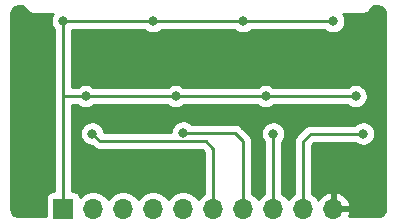
<source format=gbr>
%TF.GenerationSoftware,KiCad,Pcbnew,5.1.6-c6e7f7d~87~ubuntu18.04.1*%
%TF.CreationDate,2020-10-02T11:35:24-04:00*%
%TF.ProjectId,breadboard-io,62726561-6462-46f6-9172-642d696f2e6b,rev?*%
%TF.SameCoordinates,Original*%
%TF.FileFunction,Copper,L2,Bot*%
%TF.FilePolarity,Positive*%
%FSLAX46Y46*%
G04 Gerber Fmt 4.6, Leading zero omitted, Abs format (unit mm)*
G04 Created by KiCad (PCBNEW 5.1.6-c6e7f7d~87~ubuntu18.04.1) date 2020-10-02 11:35:24*
%MOMM*%
%LPD*%
G01*
G04 APERTURE LIST*
%TA.AperFunction,ComponentPad*%
%ADD10O,1.700000X1.700000*%
%TD*%
%TA.AperFunction,ComponentPad*%
%ADD11R,1.700000X1.700000*%
%TD*%
%TA.AperFunction,ViaPad*%
%ADD12C,0.800000*%
%TD*%
%TA.AperFunction,Conductor*%
%ADD13C,0.250000*%
%TD*%
%TA.AperFunction,Conductor*%
%ADD14C,0.254000*%
%TD*%
G04 APERTURE END LIST*
D10*
%TO.P,J1,10*%
%TO.N,GND*%
X148590000Y-119380000D03*
%TO.P,J1,9*%
%TO.N,LED3*%
X146050000Y-119380000D03*
%TO.P,J1,8*%
%TO.N,LED2*%
X143510000Y-119380000D03*
%TO.P,J1,7*%
%TO.N,LED1*%
X140970000Y-119380000D03*
%TO.P,J1,6*%
%TO.N,LED0*%
X138430000Y-119380000D03*
%TO.P,J1,5*%
%TO.N,SW3*%
X135890000Y-119380000D03*
%TO.P,J1,4*%
%TO.N,SW2*%
X133350000Y-119380000D03*
%TO.P,J1,3*%
%TO.N,SW1*%
X130810000Y-119380000D03*
%TO.P,J1,2*%
%TO.N,SW0*%
X128270000Y-119380000D03*
D11*
%TO.P,J1,1*%
%TO.N,VCC*%
X125730000Y-119380000D03*
%TD*%
D12*
%TO.N,GND*%
X145415000Y-111125000D03*
X144780000Y-113665000D03*
X134620000Y-117475000D03*
X133350000Y-107950000D03*
X127635000Y-107950000D03*
X123825000Y-107950000D03*
X140970000Y-107950000D03*
X148590000Y-107950000D03*
X135504372Y-111195541D03*
%TO.N,LED3*%
X151130000Y-113030000D03*
%TO.N,LED2*%
X143510000Y-113030000D03*
%TO.N,LED1*%
X135890000Y-112940000D03*
%TO.N,LED0*%
X128190010Y-113030000D03*
%TO.N,VCC*%
X125730000Y-103505000D03*
X133350000Y-103505000D03*
X140970000Y-103505000D03*
X148590000Y-103505000D03*
X127635000Y-109855000D03*
X135255000Y-109855000D03*
X142875000Y-109855000D03*
X150495000Y-109855000D03*
%TD*%
D13*
%TO.N,LED3*%
X151130000Y-113030000D02*
X146685000Y-113030000D01*
X146685000Y-113030000D02*
X146050000Y-113665000D01*
X146050000Y-113665000D02*
X146050000Y-119380000D01*
%TO.N,LED2*%
X143510000Y-113030000D02*
X143510000Y-117475000D01*
X143510000Y-117475000D02*
X143510000Y-119380000D01*
%TO.N,LED1*%
X135890000Y-112940000D02*
X140245000Y-112940000D01*
X140970000Y-113665000D02*
X140970000Y-119380000D01*
X140245000Y-112940000D02*
X140970000Y-113665000D01*
%TO.N,LED0*%
X128190010Y-113030000D02*
X128825010Y-113665000D01*
X128825010Y-113665000D02*
X137795000Y-113665000D01*
X138430000Y-114300000D02*
X138430000Y-119380000D01*
X137795000Y-113665000D02*
X138430000Y-114300000D01*
%TO.N,VCC*%
X125730000Y-119380000D02*
X125730000Y-103505000D01*
X125730000Y-103505000D02*
X133350000Y-103505000D01*
X133350000Y-103505000D02*
X140970000Y-103505000D01*
X140970000Y-103505000D02*
X148590000Y-103505000D01*
X127635000Y-109855000D02*
X125730000Y-109855000D01*
X127635000Y-109855000D02*
X135255000Y-109855000D01*
X135255000Y-109855000D02*
X142875000Y-109855000D01*
X142875000Y-109855000D02*
X149860000Y-109855000D01*
X149860000Y-109855000D02*
X150495000Y-109855000D01*
%TD*%
D14*
%TO.N,GND*%
G36*
X122700388Y-102678769D02*
G01*
X122721052Y-102703948D01*
X122746231Y-102724612D01*
X122746233Y-102724614D01*
X122821550Y-102786425D01*
X122936207Y-102847710D01*
X123060617Y-102885450D01*
X123157581Y-102895000D01*
X123157588Y-102895000D01*
X123190000Y-102898192D01*
X123222412Y-102895000D01*
X124892805Y-102895000D01*
X124812795Y-103014744D01*
X124734774Y-103203102D01*
X124695000Y-103403061D01*
X124695000Y-103606939D01*
X124734774Y-103806898D01*
X124812795Y-103995256D01*
X124926063Y-104164774D01*
X124970001Y-104208712D01*
X124970001Y-109817661D01*
X124966323Y-109855000D01*
X124970001Y-109892339D01*
X124970000Y-117891928D01*
X124880000Y-117891928D01*
X124755518Y-117904188D01*
X124635820Y-117940498D01*
X124525506Y-117999463D01*
X124428815Y-118078815D01*
X124349463Y-118175506D01*
X124290498Y-118285820D01*
X124254188Y-118405518D01*
X124241928Y-118530000D01*
X124241928Y-119990000D01*
X121952279Y-119990000D01*
X121802131Y-119975278D01*
X121688754Y-119941047D01*
X121584183Y-119885446D01*
X121492405Y-119810594D01*
X121416909Y-119719335D01*
X121360581Y-119615160D01*
X121325560Y-119502024D01*
X121310000Y-119353979D01*
X121310000Y-102902279D01*
X121324722Y-102752131D01*
X121358953Y-102638754D01*
X121414555Y-102534181D01*
X121489407Y-102442404D01*
X121580664Y-102366909D01*
X121684844Y-102310581D01*
X121797976Y-102275560D01*
X121946022Y-102260000D01*
X122281620Y-102260000D01*
X122700388Y-102678769D01*
G37*
X122700388Y-102678769D02*
X122721052Y-102703948D01*
X122746231Y-102724612D01*
X122746233Y-102724614D01*
X122821550Y-102786425D01*
X122936207Y-102847710D01*
X123060617Y-102885450D01*
X123157581Y-102895000D01*
X123157588Y-102895000D01*
X123190000Y-102898192D01*
X123222412Y-102895000D01*
X124892805Y-102895000D01*
X124812795Y-103014744D01*
X124734774Y-103203102D01*
X124695000Y-103403061D01*
X124695000Y-103606939D01*
X124734774Y-103806898D01*
X124812795Y-103995256D01*
X124926063Y-104164774D01*
X124970001Y-104208712D01*
X124970001Y-109817661D01*
X124966323Y-109855000D01*
X124970001Y-109892339D01*
X124970000Y-117891928D01*
X124880000Y-117891928D01*
X124755518Y-117904188D01*
X124635820Y-117940498D01*
X124525506Y-117999463D01*
X124428815Y-118078815D01*
X124349463Y-118175506D01*
X124290498Y-118285820D01*
X124254188Y-118405518D01*
X124241928Y-118530000D01*
X124241928Y-119990000D01*
X121952279Y-119990000D01*
X121802131Y-119975278D01*
X121688754Y-119941047D01*
X121584183Y-119885446D01*
X121492405Y-119810594D01*
X121416909Y-119719335D01*
X121360581Y-119615160D01*
X121325560Y-119502024D01*
X121310000Y-119353979D01*
X121310000Y-102902279D01*
X121324722Y-102752131D01*
X121358953Y-102638754D01*
X121414555Y-102534181D01*
X121489407Y-102442404D01*
X121580664Y-102366909D01*
X121684844Y-102310581D01*
X121797976Y-102275560D01*
X121946022Y-102260000D01*
X122281620Y-102260000D01*
X122700388Y-102678769D01*
G36*
X152517869Y-102274722D02*
G01*
X152631246Y-102308953D01*
X152735819Y-102364555D01*
X152827596Y-102439407D01*
X152903091Y-102530664D01*
X152959419Y-102634844D01*
X152994440Y-102747976D01*
X153010001Y-102896031D01*
X153010000Y-119347721D01*
X152995278Y-119497869D01*
X152961047Y-119611246D01*
X152905446Y-119715817D01*
X152830594Y-119807595D01*
X152739335Y-119883091D01*
X152635160Y-119939419D01*
X152522024Y-119974440D01*
X152373979Y-119990000D01*
X149941696Y-119990000D01*
X150031481Y-119736891D01*
X149910814Y-119507000D01*
X148717000Y-119507000D01*
X148717000Y-119527000D01*
X148463000Y-119527000D01*
X148463000Y-119507000D01*
X148443000Y-119507000D01*
X148443000Y-119253000D01*
X148463000Y-119253000D01*
X148463000Y-118059845D01*
X148717000Y-118059845D01*
X148717000Y-119253000D01*
X149910814Y-119253000D01*
X150031481Y-119023109D01*
X149934157Y-118748748D01*
X149785178Y-118498645D01*
X149590269Y-118282412D01*
X149356920Y-118108359D01*
X149094099Y-117983175D01*
X148946890Y-117938524D01*
X148717000Y-118059845D01*
X148463000Y-118059845D01*
X148233110Y-117938524D01*
X148085901Y-117983175D01*
X147823080Y-118108359D01*
X147589731Y-118282412D01*
X147394822Y-118498645D01*
X147325195Y-118615534D01*
X147203475Y-118433368D01*
X146996632Y-118226525D01*
X146810000Y-118101822D01*
X146810000Y-113979801D01*
X146999802Y-113790000D01*
X150426289Y-113790000D01*
X150470226Y-113833937D01*
X150639744Y-113947205D01*
X150828102Y-114025226D01*
X151028061Y-114065000D01*
X151231939Y-114065000D01*
X151431898Y-114025226D01*
X151620256Y-113947205D01*
X151789774Y-113833937D01*
X151933937Y-113689774D01*
X152047205Y-113520256D01*
X152125226Y-113331898D01*
X152165000Y-113131939D01*
X152165000Y-112928061D01*
X152125226Y-112728102D01*
X152047205Y-112539744D01*
X151933937Y-112370226D01*
X151789774Y-112226063D01*
X151620256Y-112112795D01*
X151431898Y-112034774D01*
X151231939Y-111995000D01*
X151028061Y-111995000D01*
X150828102Y-112034774D01*
X150639744Y-112112795D01*
X150470226Y-112226063D01*
X150426289Y-112270000D01*
X146722333Y-112270000D01*
X146685000Y-112266323D01*
X146647667Y-112270000D01*
X146536014Y-112280997D01*
X146392753Y-112324454D01*
X146260724Y-112395026D01*
X146144999Y-112489999D01*
X146121200Y-112518998D01*
X145539002Y-113101197D01*
X145509999Y-113124999D01*
X145454871Y-113192174D01*
X145415026Y-113240724D01*
X145371451Y-113322246D01*
X145344454Y-113372754D01*
X145300997Y-113516015D01*
X145290000Y-113627668D01*
X145290000Y-113627678D01*
X145286324Y-113665000D01*
X145290000Y-113702323D01*
X145290001Y-118101821D01*
X145103368Y-118226525D01*
X144896525Y-118433368D01*
X144780000Y-118607760D01*
X144663475Y-118433368D01*
X144456632Y-118226525D01*
X144270000Y-118101822D01*
X144270000Y-113733711D01*
X144313937Y-113689774D01*
X144427205Y-113520256D01*
X144505226Y-113331898D01*
X144545000Y-113131939D01*
X144545000Y-112928061D01*
X144505226Y-112728102D01*
X144427205Y-112539744D01*
X144313937Y-112370226D01*
X144169774Y-112226063D01*
X144000256Y-112112795D01*
X143811898Y-112034774D01*
X143611939Y-111995000D01*
X143408061Y-111995000D01*
X143208102Y-112034774D01*
X143019744Y-112112795D01*
X142850226Y-112226063D01*
X142706063Y-112370226D01*
X142592795Y-112539744D01*
X142514774Y-112728102D01*
X142475000Y-112928061D01*
X142475000Y-113131939D01*
X142514774Y-113331898D01*
X142592795Y-113520256D01*
X142706063Y-113689774D01*
X142750000Y-113733711D01*
X142750001Y-117437658D01*
X142750000Y-117437668D01*
X142750000Y-118101821D01*
X142563368Y-118226525D01*
X142356525Y-118433368D01*
X142240000Y-118607760D01*
X142123475Y-118433368D01*
X141916632Y-118226525D01*
X141730000Y-118101822D01*
X141730000Y-113702323D01*
X141733676Y-113665000D01*
X141730000Y-113627677D01*
X141730000Y-113627667D01*
X141719003Y-113516014D01*
X141675546Y-113372753D01*
X141604974Y-113240724D01*
X141510001Y-113124999D01*
X141481003Y-113101201D01*
X140808803Y-112429002D01*
X140785001Y-112399999D01*
X140669276Y-112305026D01*
X140537247Y-112234454D01*
X140393986Y-112190997D01*
X140282333Y-112180000D01*
X140282322Y-112180000D01*
X140245000Y-112176324D01*
X140207678Y-112180000D01*
X136593711Y-112180000D01*
X136549774Y-112136063D01*
X136380256Y-112022795D01*
X136191898Y-111944774D01*
X135991939Y-111905000D01*
X135788061Y-111905000D01*
X135588102Y-111944774D01*
X135399744Y-112022795D01*
X135230226Y-112136063D01*
X135086063Y-112280226D01*
X134972795Y-112449744D01*
X134894774Y-112638102D01*
X134855000Y-112838061D01*
X134855000Y-112905000D01*
X129220423Y-112905000D01*
X129185236Y-112728102D01*
X129107215Y-112539744D01*
X128993947Y-112370226D01*
X128849784Y-112226063D01*
X128680266Y-112112795D01*
X128491908Y-112034774D01*
X128291949Y-111995000D01*
X128088071Y-111995000D01*
X127888112Y-112034774D01*
X127699754Y-112112795D01*
X127530236Y-112226063D01*
X127386073Y-112370226D01*
X127272805Y-112539744D01*
X127194784Y-112728102D01*
X127155010Y-112928061D01*
X127155010Y-113131939D01*
X127194784Y-113331898D01*
X127272805Y-113520256D01*
X127386073Y-113689774D01*
X127530236Y-113833937D01*
X127699754Y-113947205D01*
X127888112Y-114025226D01*
X128088071Y-114065000D01*
X128150208Y-114065000D01*
X128261210Y-114176002D01*
X128285009Y-114205001D01*
X128400734Y-114299974D01*
X128532763Y-114370546D01*
X128676024Y-114414003D01*
X128825010Y-114428677D01*
X128862343Y-114425000D01*
X137480199Y-114425000D01*
X137670000Y-114614802D01*
X137670001Y-118101821D01*
X137483368Y-118226525D01*
X137276525Y-118433368D01*
X137160000Y-118607760D01*
X137043475Y-118433368D01*
X136836632Y-118226525D01*
X136593411Y-118064010D01*
X136323158Y-117952068D01*
X136036260Y-117895000D01*
X135743740Y-117895000D01*
X135456842Y-117952068D01*
X135186589Y-118064010D01*
X134943368Y-118226525D01*
X134736525Y-118433368D01*
X134620000Y-118607760D01*
X134503475Y-118433368D01*
X134296632Y-118226525D01*
X134053411Y-118064010D01*
X133783158Y-117952068D01*
X133496260Y-117895000D01*
X133203740Y-117895000D01*
X132916842Y-117952068D01*
X132646589Y-118064010D01*
X132403368Y-118226525D01*
X132196525Y-118433368D01*
X132080000Y-118607760D01*
X131963475Y-118433368D01*
X131756632Y-118226525D01*
X131513411Y-118064010D01*
X131243158Y-117952068D01*
X130956260Y-117895000D01*
X130663740Y-117895000D01*
X130376842Y-117952068D01*
X130106589Y-118064010D01*
X129863368Y-118226525D01*
X129656525Y-118433368D01*
X129540000Y-118607760D01*
X129423475Y-118433368D01*
X129216632Y-118226525D01*
X128973411Y-118064010D01*
X128703158Y-117952068D01*
X128416260Y-117895000D01*
X128123740Y-117895000D01*
X127836842Y-117952068D01*
X127566589Y-118064010D01*
X127323368Y-118226525D01*
X127191513Y-118358380D01*
X127169502Y-118285820D01*
X127110537Y-118175506D01*
X127031185Y-118078815D01*
X126934494Y-117999463D01*
X126824180Y-117940498D01*
X126704482Y-117904188D01*
X126580000Y-117891928D01*
X126490000Y-117891928D01*
X126490000Y-110615000D01*
X126931289Y-110615000D01*
X126975226Y-110658937D01*
X127144744Y-110772205D01*
X127333102Y-110850226D01*
X127533061Y-110890000D01*
X127736939Y-110890000D01*
X127936898Y-110850226D01*
X128125256Y-110772205D01*
X128294774Y-110658937D01*
X128338711Y-110615000D01*
X134551289Y-110615000D01*
X134595226Y-110658937D01*
X134764744Y-110772205D01*
X134953102Y-110850226D01*
X135153061Y-110890000D01*
X135356939Y-110890000D01*
X135556898Y-110850226D01*
X135745256Y-110772205D01*
X135914774Y-110658937D01*
X135958711Y-110615000D01*
X142171289Y-110615000D01*
X142215226Y-110658937D01*
X142384744Y-110772205D01*
X142573102Y-110850226D01*
X142773061Y-110890000D01*
X142976939Y-110890000D01*
X143176898Y-110850226D01*
X143365256Y-110772205D01*
X143534774Y-110658937D01*
X143578711Y-110615000D01*
X149791289Y-110615000D01*
X149835226Y-110658937D01*
X150004744Y-110772205D01*
X150193102Y-110850226D01*
X150393061Y-110890000D01*
X150596939Y-110890000D01*
X150796898Y-110850226D01*
X150985256Y-110772205D01*
X151154774Y-110658937D01*
X151298937Y-110514774D01*
X151412205Y-110345256D01*
X151490226Y-110156898D01*
X151530000Y-109956939D01*
X151530000Y-109753061D01*
X151490226Y-109553102D01*
X151412205Y-109364744D01*
X151298937Y-109195226D01*
X151154774Y-109051063D01*
X150985256Y-108937795D01*
X150796898Y-108859774D01*
X150596939Y-108820000D01*
X150393061Y-108820000D01*
X150193102Y-108859774D01*
X150004744Y-108937795D01*
X149835226Y-109051063D01*
X149791289Y-109095000D01*
X143578711Y-109095000D01*
X143534774Y-109051063D01*
X143365256Y-108937795D01*
X143176898Y-108859774D01*
X142976939Y-108820000D01*
X142773061Y-108820000D01*
X142573102Y-108859774D01*
X142384744Y-108937795D01*
X142215226Y-109051063D01*
X142171289Y-109095000D01*
X135958711Y-109095000D01*
X135914774Y-109051063D01*
X135745256Y-108937795D01*
X135556898Y-108859774D01*
X135356939Y-108820000D01*
X135153061Y-108820000D01*
X134953102Y-108859774D01*
X134764744Y-108937795D01*
X134595226Y-109051063D01*
X134551289Y-109095000D01*
X128338711Y-109095000D01*
X128294774Y-109051063D01*
X128125256Y-108937795D01*
X127936898Y-108859774D01*
X127736939Y-108820000D01*
X127533061Y-108820000D01*
X127333102Y-108859774D01*
X127144744Y-108937795D01*
X126975226Y-109051063D01*
X126931289Y-109095000D01*
X126490000Y-109095000D01*
X126490000Y-104265000D01*
X132646289Y-104265000D01*
X132690226Y-104308937D01*
X132859744Y-104422205D01*
X133048102Y-104500226D01*
X133248061Y-104540000D01*
X133451939Y-104540000D01*
X133651898Y-104500226D01*
X133840256Y-104422205D01*
X134009774Y-104308937D01*
X134053711Y-104265000D01*
X140266289Y-104265000D01*
X140310226Y-104308937D01*
X140479744Y-104422205D01*
X140668102Y-104500226D01*
X140868061Y-104540000D01*
X141071939Y-104540000D01*
X141271898Y-104500226D01*
X141460256Y-104422205D01*
X141629774Y-104308937D01*
X141673711Y-104265000D01*
X147886289Y-104265000D01*
X147930226Y-104308937D01*
X148099744Y-104422205D01*
X148288102Y-104500226D01*
X148488061Y-104540000D01*
X148691939Y-104540000D01*
X148891898Y-104500226D01*
X149080256Y-104422205D01*
X149249774Y-104308937D01*
X149393937Y-104164774D01*
X149507205Y-103995256D01*
X149585226Y-103806898D01*
X149625000Y-103606939D01*
X149625000Y-103403061D01*
X149585226Y-103203102D01*
X149507205Y-103014744D01*
X149427195Y-102895000D01*
X151097591Y-102895000D01*
X151130000Y-102898192D01*
X151162409Y-102895000D01*
X151162419Y-102895000D01*
X151259383Y-102885450D01*
X151383793Y-102847710D01*
X151498450Y-102786425D01*
X151598948Y-102703948D01*
X151619616Y-102678764D01*
X152038381Y-102260000D01*
X152367721Y-102260000D01*
X152517869Y-102274722D01*
G37*
X152517869Y-102274722D02*
X152631246Y-102308953D01*
X152735819Y-102364555D01*
X152827596Y-102439407D01*
X152903091Y-102530664D01*
X152959419Y-102634844D01*
X152994440Y-102747976D01*
X153010001Y-102896031D01*
X153010000Y-119347721D01*
X152995278Y-119497869D01*
X152961047Y-119611246D01*
X152905446Y-119715817D01*
X152830594Y-119807595D01*
X152739335Y-119883091D01*
X152635160Y-119939419D01*
X152522024Y-119974440D01*
X152373979Y-119990000D01*
X149941696Y-119990000D01*
X150031481Y-119736891D01*
X149910814Y-119507000D01*
X148717000Y-119507000D01*
X148717000Y-119527000D01*
X148463000Y-119527000D01*
X148463000Y-119507000D01*
X148443000Y-119507000D01*
X148443000Y-119253000D01*
X148463000Y-119253000D01*
X148463000Y-118059845D01*
X148717000Y-118059845D01*
X148717000Y-119253000D01*
X149910814Y-119253000D01*
X150031481Y-119023109D01*
X149934157Y-118748748D01*
X149785178Y-118498645D01*
X149590269Y-118282412D01*
X149356920Y-118108359D01*
X149094099Y-117983175D01*
X148946890Y-117938524D01*
X148717000Y-118059845D01*
X148463000Y-118059845D01*
X148233110Y-117938524D01*
X148085901Y-117983175D01*
X147823080Y-118108359D01*
X147589731Y-118282412D01*
X147394822Y-118498645D01*
X147325195Y-118615534D01*
X147203475Y-118433368D01*
X146996632Y-118226525D01*
X146810000Y-118101822D01*
X146810000Y-113979801D01*
X146999802Y-113790000D01*
X150426289Y-113790000D01*
X150470226Y-113833937D01*
X150639744Y-113947205D01*
X150828102Y-114025226D01*
X151028061Y-114065000D01*
X151231939Y-114065000D01*
X151431898Y-114025226D01*
X151620256Y-113947205D01*
X151789774Y-113833937D01*
X151933937Y-113689774D01*
X152047205Y-113520256D01*
X152125226Y-113331898D01*
X152165000Y-113131939D01*
X152165000Y-112928061D01*
X152125226Y-112728102D01*
X152047205Y-112539744D01*
X151933937Y-112370226D01*
X151789774Y-112226063D01*
X151620256Y-112112795D01*
X151431898Y-112034774D01*
X151231939Y-111995000D01*
X151028061Y-111995000D01*
X150828102Y-112034774D01*
X150639744Y-112112795D01*
X150470226Y-112226063D01*
X150426289Y-112270000D01*
X146722333Y-112270000D01*
X146685000Y-112266323D01*
X146647667Y-112270000D01*
X146536014Y-112280997D01*
X146392753Y-112324454D01*
X146260724Y-112395026D01*
X146144999Y-112489999D01*
X146121200Y-112518998D01*
X145539002Y-113101197D01*
X145509999Y-113124999D01*
X145454871Y-113192174D01*
X145415026Y-113240724D01*
X145371451Y-113322246D01*
X145344454Y-113372754D01*
X145300997Y-113516015D01*
X145290000Y-113627668D01*
X145290000Y-113627678D01*
X145286324Y-113665000D01*
X145290000Y-113702323D01*
X145290001Y-118101821D01*
X145103368Y-118226525D01*
X144896525Y-118433368D01*
X144780000Y-118607760D01*
X144663475Y-118433368D01*
X144456632Y-118226525D01*
X144270000Y-118101822D01*
X144270000Y-113733711D01*
X144313937Y-113689774D01*
X144427205Y-113520256D01*
X144505226Y-113331898D01*
X144545000Y-113131939D01*
X144545000Y-112928061D01*
X144505226Y-112728102D01*
X144427205Y-112539744D01*
X144313937Y-112370226D01*
X144169774Y-112226063D01*
X144000256Y-112112795D01*
X143811898Y-112034774D01*
X143611939Y-111995000D01*
X143408061Y-111995000D01*
X143208102Y-112034774D01*
X143019744Y-112112795D01*
X142850226Y-112226063D01*
X142706063Y-112370226D01*
X142592795Y-112539744D01*
X142514774Y-112728102D01*
X142475000Y-112928061D01*
X142475000Y-113131939D01*
X142514774Y-113331898D01*
X142592795Y-113520256D01*
X142706063Y-113689774D01*
X142750000Y-113733711D01*
X142750001Y-117437658D01*
X142750000Y-117437668D01*
X142750000Y-118101821D01*
X142563368Y-118226525D01*
X142356525Y-118433368D01*
X142240000Y-118607760D01*
X142123475Y-118433368D01*
X141916632Y-118226525D01*
X141730000Y-118101822D01*
X141730000Y-113702323D01*
X141733676Y-113665000D01*
X141730000Y-113627677D01*
X141730000Y-113627667D01*
X141719003Y-113516014D01*
X141675546Y-113372753D01*
X141604974Y-113240724D01*
X141510001Y-113124999D01*
X141481003Y-113101201D01*
X140808803Y-112429002D01*
X140785001Y-112399999D01*
X140669276Y-112305026D01*
X140537247Y-112234454D01*
X140393986Y-112190997D01*
X140282333Y-112180000D01*
X140282322Y-112180000D01*
X140245000Y-112176324D01*
X140207678Y-112180000D01*
X136593711Y-112180000D01*
X136549774Y-112136063D01*
X136380256Y-112022795D01*
X136191898Y-111944774D01*
X135991939Y-111905000D01*
X135788061Y-111905000D01*
X135588102Y-111944774D01*
X135399744Y-112022795D01*
X135230226Y-112136063D01*
X135086063Y-112280226D01*
X134972795Y-112449744D01*
X134894774Y-112638102D01*
X134855000Y-112838061D01*
X134855000Y-112905000D01*
X129220423Y-112905000D01*
X129185236Y-112728102D01*
X129107215Y-112539744D01*
X128993947Y-112370226D01*
X128849784Y-112226063D01*
X128680266Y-112112795D01*
X128491908Y-112034774D01*
X128291949Y-111995000D01*
X128088071Y-111995000D01*
X127888112Y-112034774D01*
X127699754Y-112112795D01*
X127530236Y-112226063D01*
X127386073Y-112370226D01*
X127272805Y-112539744D01*
X127194784Y-112728102D01*
X127155010Y-112928061D01*
X127155010Y-113131939D01*
X127194784Y-113331898D01*
X127272805Y-113520256D01*
X127386073Y-113689774D01*
X127530236Y-113833937D01*
X127699754Y-113947205D01*
X127888112Y-114025226D01*
X128088071Y-114065000D01*
X128150208Y-114065000D01*
X128261210Y-114176002D01*
X128285009Y-114205001D01*
X128400734Y-114299974D01*
X128532763Y-114370546D01*
X128676024Y-114414003D01*
X128825010Y-114428677D01*
X128862343Y-114425000D01*
X137480199Y-114425000D01*
X137670000Y-114614802D01*
X137670001Y-118101821D01*
X137483368Y-118226525D01*
X137276525Y-118433368D01*
X137160000Y-118607760D01*
X137043475Y-118433368D01*
X136836632Y-118226525D01*
X136593411Y-118064010D01*
X136323158Y-117952068D01*
X136036260Y-117895000D01*
X135743740Y-117895000D01*
X135456842Y-117952068D01*
X135186589Y-118064010D01*
X134943368Y-118226525D01*
X134736525Y-118433368D01*
X134620000Y-118607760D01*
X134503475Y-118433368D01*
X134296632Y-118226525D01*
X134053411Y-118064010D01*
X133783158Y-117952068D01*
X133496260Y-117895000D01*
X133203740Y-117895000D01*
X132916842Y-117952068D01*
X132646589Y-118064010D01*
X132403368Y-118226525D01*
X132196525Y-118433368D01*
X132080000Y-118607760D01*
X131963475Y-118433368D01*
X131756632Y-118226525D01*
X131513411Y-118064010D01*
X131243158Y-117952068D01*
X130956260Y-117895000D01*
X130663740Y-117895000D01*
X130376842Y-117952068D01*
X130106589Y-118064010D01*
X129863368Y-118226525D01*
X129656525Y-118433368D01*
X129540000Y-118607760D01*
X129423475Y-118433368D01*
X129216632Y-118226525D01*
X128973411Y-118064010D01*
X128703158Y-117952068D01*
X128416260Y-117895000D01*
X128123740Y-117895000D01*
X127836842Y-117952068D01*
X127566589Y-118064010D01*
X127323368Y-118226525D01*
X127191513Y-118358380D01*
X127169502Y-118285820D01*
X127110537Y-118175506D01*
X127031185Y-118078815D01*
X126934494Y-117999463D01*
X126824180Y-117940498D01*
X126704482Y-117904188D01*
X126580000Y-117891928D01*
X126490000Y-117891928D01*
X126490000Y-110615000D01*
X126931289Y-110615000D01*
X126975226Y-110658937D01*
X127144744Y-110772205D01*
X127333102Y-110850226D01*
X127533061Y-110890000D01*
X127736939Y-110890000D01*
X127936898Y-110850226D01*
X128125256Y-110772205D01*
X128294774Y-110658937D01*
X128338711Y-110615000D01*
X134551289Y-110615000D01*
X134595226Y-110658937D01*
X134764744Y-110772205D01*
X134953102Y-110850226D01*
X135153061Y-110890000D01*
X135356939Y-110890000D01*
X135556898Y-110850226D01*
X135745256Y-110772205D01*
X135914774Y-110658937D01*
X135958711Y-110615000D01*
X142171289Y-110615000D01*
X142215226Y-110658937D01*
X142384744Y-110772205D01*
X142573102Y-110850226D01*
X142773061Y-110890000D01*
X142976939Y-110890000D01*
X143176898Y-110850226D01*
X143365256Y-110772205D01*
X143534774Y-110658937D01*
X143578711Y-110615000D01*
X149791289Y-110615000D01*
X149835226Y-110658937D01*
X150004744Y-110772205D01*
X150193102Y-110850226D01*
X150393061Y-110890000D01*
X150596939Y-110890000D01*
X150796898Y-110850226D01*
X150985256Y-110772205D01*
X151154774Y-110658937D01*
X151298937Y-110514774D01*
X151412205Y-110345256D01*
X151490226Y-110156898D01*
X151530000Y-109956939D01*
X151530000Y-109753061D01*
X151490226Y-109553102D01*
X151412205Y-109364744D01*
X151298937Y-109195226D01*
X151154774Y-109051063D01*
X150985256Y-108937795D01*
X150796898Y-108859774D01*
X150596939Y-108820000D01*
X150393061Y-108820000D01*
X150193102Y-108859774D01*
X150004744Y-108937795D01*
X149835226Y-109051063D01*
X149791289Y-109095000D01*
X143578711Y-109095000D01*
X143534774Y-109051063D01*
X143365256Y-108937795D01*
X143176898Y-108859774D01*
X142976939Y-108820000D01*
X142773061Y-108820000D01*
X142573102Y-108859774D01*
X142384744Y-108937795D01*
X142215226Y-109051063D01*
X142171289Y-109095000D01*
X135958711Y-109095000D01*
X135914774Y-109051063D01*
X135745256Y-108937795D01*
X135556898Y-108859774D01*
X135356939Y-108820000D01*
X135153061Y-108820000D01*
X134953102Y-108859774D01*
X134764744Y-108937795D01*
X134595226Y-109051063D01*
X134551289Y-109095000D01*
X128338711Y-109095000D01*
X128294774Y-109051063D01*
X128125256Y-108937795D01*
X127936898Y-108859774D01*
X127736939Y-108820000D01*
X127533061Y-108820000D01*
X127333102Y-108859774D01*
X127144744Y-108937795D01*
X126975226Y-109051063D01*
X126931289Y-109095000D01*
X126490000Y-109095000D01*
X126490000Y-104265000D01*
X132646289Y-104265000D01*
X132690226Y-104308937D01*
X132859744Y-104422205D01*
X133048102Y-104500226D01*
X133248061Y-104540000D01*
X133451939Y-104540000D01*
X133651898Y-104500226D01*
X133840256Y-104422205D01*
X134009774Y-104308937D01*
X134053711Y-104265000D01*
X140266289Y-104265000D01*
X140310226Y-104308937D01*
X140479744Y-104422205D01*
X140668102Y-104500226D01*
X140868061Y-104540000D01*
X141071939Y-104540000D01*
X141271898Y-104500226D01*
X141460256Y-104422205D01*
X141629774Y-104308937D01*
X141673711Y-104265000D01*
X147886289Y-104265000D01*
X147930226Y-104308937D01*
X148099744Y-104422205D01*
X148288102Y-104500226D01*
X148488061Y-104540000D01*
X148691939Y-104540000D01*
X148891898Y-104500226D01*
X149080256Y-104422205D01*
X149249774Y-104308937D01*
X149393937Y-104164774D01*
X149507205Y-103995256D01*
X149585226Y-103806898D01*
X149625000Y-103606939D01*
X149625000Y-103403061D01*
X149585226Y-103203102D01*
X149507205Y-103014744D01*
X149427195Y-102895000D01*
X151097591Y-102895000D01*
X151130000Y-102898192D01*
X151162409Y-102895000D01*
X151162419Y-102895000D01*
X151259383Y-102885450D01*
X151383793Y-102847710D01*
X151498450Y-102786425D01*
X151598948Y-102703948D01*
X151619616Y-102678764D01*
X152038381Y-102260000D01*
X152367721Y-102260000D01*
X152517869Y-102274722D01*
%TD*%
M02*

</source>
